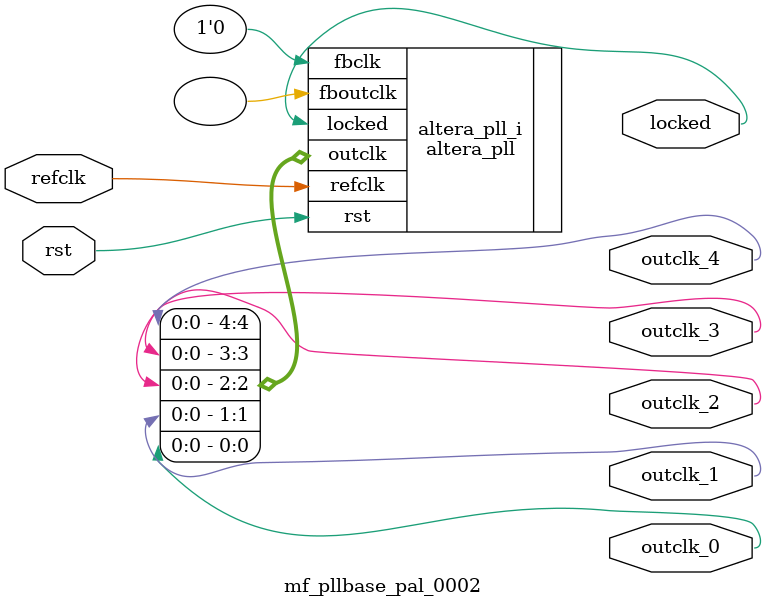
<source format=v>
`timescale 1ns/10ps
module  mf_pllbase_pal_0002(

	// interface 'refclk'
	input wire refclk,

	// interface 'reset'
	input wire rst,

	// interface 'outclk0'
	output wire outclk_0,

	// interface 'outclk1'
	output wire outclk_1,

	// interface 'outclk2'
	output wire outclk_2,

	// interface 'outclk3'
	output wire outclk_3,

	// interface 'outclk4'
	output wire outclk_4,

	// interface 'locked'
	output wire locked
);

	altera_pll #(
		.fractional_vco_multiplier("true"),
		.reference_clock_frequency("74.25 MHz"),
		.operation_mode("direct"),
		.number_of_clocks(5),
		.output_clock_frequency0("85.125472 MHz"),
		.phase_shift0("0 ps"),
		.duty_cycle0(50),
		.output_clock_frequency1("21.281368 MHz"),
		.phase_shift1("0 ps"),
		.duty_cycle1(50),
		.output_clock_frequency2("5.320342 MHz"),
		.phase_shift2("0 ps"),
		.duty_cycle2(50),
		.output_clock_frequency3("5.320342 MHz"),
		.phase_shift3("46989 ps"),
		.duty_cycle3(50),
		.output_clock_frequency4("42.562736 MHz"),
		.phase_shift4("0 ps"),
		.duty_cycle4(50),
		.output_clock_frequency5("0 MHz"),
		.phase_shift5("0 ps"),
		.duty_cycle5(50),
		.output_clock_frequency6("0 MHz"),
		.phase_shift6("0 ps"),
		.duty_cycle6(50),
		.output_clock_frequency7("0 MHz"),
		.phase_shift7("0 ps"),
		.duty_cycle7(50),
		.output_clock_frequency8("0 MHz"),
		.phase_shift8("0 ps"),
		.duty_cycle8(50),
		.output_clock_frequency9("0 MHz"),
		.phase_shift9("0 ps"),
		.duty_cycle9(50),
		.output_clock_frequency10("0 MHz"),
		.phase_shift10("0 ps"),
		.duty_cycle10(50),
		.output_clock_frequency11("0 MHz"),
		.phase_shift11("0 ps"),
		.duty_cycle11(50),
		.output_clock_frequency12("0 MHz"),
		.phase_shift12("0 ps"),
		.duty_cycle12(50),
		.output_clock_frequency13("0 MHz"),
		.phase_shift13("0 ps"),
		.duty_cycle13(50),
		.output_clock_frequency14("0 MHz"),
		.phase_shift14("0 ps"),
		.duty_cycle14(50),
		.output_clock_frequency15("0 MHz"),
		.phase_shift15("0 ps"),
		.duty_cycle15(50),
		.output_clock_frequency16("0 MHz"),
		.phase_shift16("0 ps"),
		.duty_cycle16(50),
		.output_clock_frequency17("0 MHz"),
		.phase_shift17("0 ps"),
		.duty_cycle17(50),
		.pll_type("General"),
		.pll_subtype("General")
	) altera_pll_i (
		.rst	(rst),
		.outclk	({outclk_4, outclk_3, outclk_2, outclk_1, outclk_0}),
		.locked	(locked),
		.fboutclk	( ),
		.fbclk	(1'b0),
		.refclk	(refclk)
	);
endmodule


</source>
